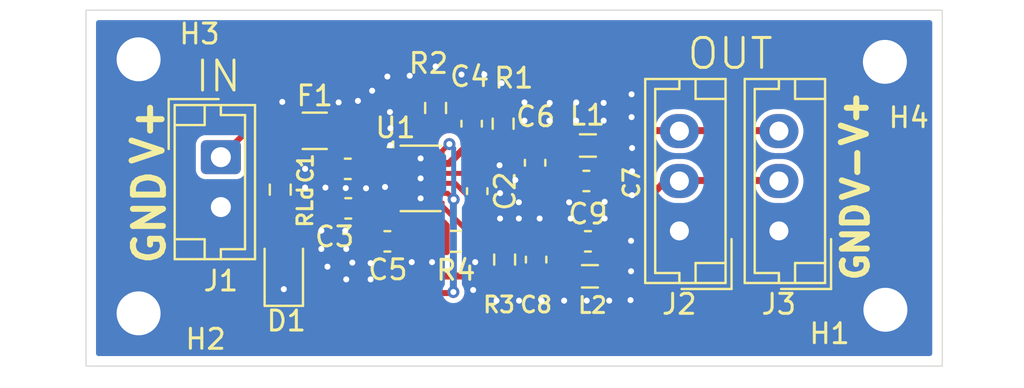
<source format=kicad_pcb>
(kicad_pcb (version 20241229) (generator "pcbnew") (generator_version "9.0")
  (layers (0 "F.Cu" signal) (2 "B.Cu" signal) (13 "F.Paste" user) (15 "B.Paste" user) (5 "F.SilkS" user "F.Silkscreen") (7 "B.SilkS" user "B.Silkscreen") (1 "F.Mask" user) (3 "B.Mask" user) (25 "Edge.Cuts" user))
  (net 0 "")
  (net 1 "/AVSS")
  (net 2 "AGND")
  (net 3 "/AVDD")
  (net 4 "RAW_A")
  (net 5 "/RAWA_Unprotected")
  (net 6 "Net-(D1-A)")
  (net 7 "Net-(U1-C-)")
  (net 8 "/+2.52V")
  (net 9 "Net-(U1-FB+)")
  (net 10 "/-2.56V")
  (net 11 "Net-(U1-CP)")
  (net 12 "Net-(U1-C+)")
  (net 13 "Net-(U1-FB-)")
  (footprint "Resistor_SMD:R_0603_1608Metric_Pad0.98x0.95mm_HandSolder" (layer "F.Cu") (at 146.05 106.6546 180)
    (property "Reference" "R4" (at 0 -1.4478 0) (layer "F.SilkS"))
    (property "Value" "100k")
    (fp_line (start -0.254724 0.5225) (end 0.254724 0.5225) (stroke (width 0.12)) (layer "F.SilkS"))
    (fp_line (start -0.254724 -0.5225) (end 0.254724 -0.5225) (stroke (width 0.12)) (layer "F.SilkS"))
    (pad "1" smd roundrect (at -0.9125 0 180) (size 0.975 0.95) (layers "F.Cu" "F.Mask" "F.Paste") (net 13 "Net-(U1-FB-)"))
    (pad "2" smd roundrect (at 0.9125 0 180) (size 0.975 0.95) (layers "F.Cu" "F.Mask" "F.Paste") (net 2 "AGND"))
  )
  (footprint "Connector_JST:JST_EH_B3B-EH-A_1x03_P2.50mm_Vertical" (layer "F.Cu") (at 157.2308 106.132 90)
    (property "Reference" "J2" (at -3.6722 -0.0048 180) (layer "F.SilkS"))
    (property "Value" "Conn_01x03_Pin")
    (fp_line (start 7.61 -1.71) (end -2.61 -1.71) (stroke (width 0.12)) (layer "F.SilkS"))
    (fp_line (start -2.61 -1.71) (end -2.61 2.31) (stroke (width 0.12)) (layer "F.SilkS"))
    (fp_line (start 7.11 -1.21) (end 7.11 0) (stroke (width 0.12)) (layer "F.SilkS"))
    (fp_line (start -2.11 -1.21) (end 7.11 -1.21) (stroke (width 0.12)) (layer "F.SilkS"))
    (fp_line (start 7.11 0) (end 7.61 0) (stroke (width 0.12)) (layer "F.SilkS"))
    (fp_line (start -2.11 0) (end -2.11 -1.21) (stroke (width 0.12)) (layer "F.SilkS"))
    (fp_line (start -2.61 0) (end -2.11 0) (stroke (width 0.12)) (layer "F.SilkS"))
    (fp_line (start -2.91 0.11) (end -2.91 2.61) (stroke (width 0.12)) (layer "F.SilkS"))
    (fp_line (start 7.61 0.81) (end 6.61 0.81) (stroke (width 0.12)) (layer "F.SilkS"))
    (fp_line (start 6.61 0.81) (end 6.61 2.31) (stroke (width 0.12)) (layer "F.SilkS"))
    (fp_line (start -1.61 0.81) (end -1.61 2.31) (stroke (width 0.12)) (layer "F.SilkS"))
    (fp_line (start -2.61 0.81) (end -1.61 0.81) (stroke (width 0.12)) (layer "F.SilkS"))
    (fp_line (start 7.61 2.31) (end 7.61 -1.71) (stroke (width 0.12)) (layer "F.SilkS"))
    (fp_line (start -2.61 2.31) (end 7.61 2.31) (stroke (width 0.12)) (layer "F.SilkS"))
    (fp_line (start -2.91 2.61) (end -0.41 2.61) (stroke (width 0.12)) (layer "F.SilkS"))
    (pad "1" thru_hole roundrect (at 0 0 90) (size 1.7 1.95) (drill 0.95) (layers "*.Cu" "*.Mask") (roundrect_rratio 0.147059) (net 2 "AGND"))
    (pad "2" thru_hole oval (at 2.5 0 90) (size 1.7 1.95) (drill 0.95) (layers "*.Cu" "*.Mask") (net 1 "/AVSS"))
    (pad "3" thru_hole oval (at 5 0 90) (size 1.7 1.95) (drill 0.95) (layers "*.Cu" "*.Mask") (net 3 "/AVDD"))
  )
  (footprint "Resistor_SMD:R_0603_1608Metric_Pad0.98x0.95mm_HandSolder" (layer "F.Cu") (at 137.2616 104.0638 -90)
    (property "Reference" "RLd" (at 0.8636 -1.2446 90) (layer "F.SilkS") (effects (font (size 0.75 0.75))))
    (property "Value" "5k")
    (fp_line (start -0.254724 0.5225) (end 0.254724 0.5225) (stroke (width 0.12)) (layer "F.SilkS"))
    (fp_line (start -0.254724 -0.5225) (end 0.254724 -0.5225) (stroke (width 0.12)) (layer "F.SilkS"))
    (pad "1" smd roundrect (at -0.9125 0 270) (size 0.975 0.95) (layers "F.Cu" "F.Mask" "F.Paste") (net 4 "RAW_A"))
    (pad "2" smd roundrect (at 0.9125 0 270) (size 0.975 0.95) (layers "F.Cu" "F.Mask" "F.Paste") (net 6 "Net-(D1-A)"))
  )
  (footprint "Resistor_SMD:R_0603_1608Metric_Pad0.98x0.95mm_HandSolder" (layer "F.Cu") (at 145.034 99.9744 -90)
    (property "Reference" "R2" (at -2.2352 0.3556 180) (layer "F.SilkS"))
    (property "Value" "100k")
    (fp_line (start -0.254724 0.5225) (end 0.254724 0.5225) (stroke (width 0.12)) (layer "F.SilkS"))
    (fp_line (start -0.254724 -0.5225) (end 0.254724 -0.5225) (stroke (width 0.12)) (layer "F.SilkS"))
    (pad "1" smd roundrect (at -0.9125 0 270) (size 0.975 0.95) (layers "F.Cu" "F.Mask" "F.Paste") (net 9 "Net-(U1-FB+)"))
    (pad "2" smd roundrect (at 0.9125 0 270) (size 0.975 0.95) (layers "F.Cu" "F.Mask" "F.Paste") (net 2 "AGND"))
  )
  (footprint "Capacitor_SMD:C_0603_1608Metric_Pad1.08x0.95mm_HandSolder" (layer "F.Cu") (at 140.6398 103.0224 180)
    (property "Reference" "C1" (at 2.1082 0.0254 90) (layer "F.SilkS") (effects (font (size 0.75 0.75))))
    (property "Value" "4.7u")
    (fp_line (start -0.146267 0.51) (end 0.146267 0.51) (stroke (width 0.12)) (layer "F.SilkS"))
    (fp_line (start -0.146267 -0.51) (end 0.146267 -0.51) (stroke (width 0.12)) (layer "F.SilkS"))
    (pad "1" smd roundrect (at -0.8625 0 180) (size 1.075 0.95) (layers "F.Cu" "F.Mask" "F.Paste") (net 4 "RAW_A"))
    (pad "2" smd roundrect (at 0.8625 0 180) (size 1.075 0.95) (layers "F.Cu" "F.Mask" "F.Paste") (net 2 "AGND"))
  )
  (footprint "Connector_JST:JST_EH_B2B-EH-A_1x02_P2.50mm_Vertical" (layer "F.Cu") (at 134.2898 102.4382 -90)
    (property "Reference" "J1" (at 6.1976 0 180) (layer "F.SilkS"))
    (property "Value" "Conn_01x02_Pin")
    (fp_line (start -2.91 2.61) (end -0.41 2.61) (stroke (width 0.12)) (layer "F.SilkS"))
    (fp_line (start -2.61 2.31) (end 5.11 2.31) (stroke (width 0.12)) (layer "F.SilkS"))
    (fp_line (start 5.11 2.31) (end 5.11 -1.71) (stroke (width 0.12)) (layer "F.SilkS"))
    (fp_line (start -2.61 0.81) (end -1.61 0.81) (stroke (width 0.12)) (layer "F.SilkS"))
    (fp_line (start -1.61 0.81) (end -1.61 2.31) (stroke (width 0.12)) (layer "F.SilkS"))
    (fp_line (start 4.11 0.81) (end 4.11 2.31) (stroke (width 0.12)) (layer "F.SilkS"))
    (fp_line (start 5.11 0.81) (end 4.11 0.81) (stroke (width 0.12)) (layer "F.SilkS"))
    (fp_line (start -2.91 0.11) (end -2.91 2.61) (stroke (width 0.12)) (layer "F.SilkS"))
    (fp_line (start -2.61 0) (end -2.11 0) (stroke (width 0.12)) (layer "F.SilkS"))
    (fp_line (start -2.11 0) (end -2.11 -1.21) (stroke (width 0.12)) (layer "F.SilkS"))
    (fp_line (start 4.61 0) (end 5.11 0) (stroke (width 0.12)) (layer "F.SilkS"))
    (fp_line (start -2.11 -1.21) (end 4.61 -1.21) (stroke (width 0.12)) (layer "F.SilkS"))
    (fp_line (start 4.61 -1.21) (end 4.61 0) (stroke (width 0.12)) (layer "F.SilkS"))
    (fp_line (start -2.61 -1.71) (end -2.61 2.31) (stroke (width 0.12)) (layer "F.SilkS"))
    (fp_line (start 5.11 -1.71) (end -2.61 -1.71) (stroke (width 0.12)) (layer "F.SilkS"))
    (pad "1" thru_hole roundrect (at 0 0 270) (size 1.7 2) (drill 1) (layers "*.Cu" "*.Mask") (roundrect_rratio 0.147059) (net 5 "/RAWA_Unprotected"))
    (pad "2" thru_hole oval (at 2.5 0 270) (size 1.7 2) (drill 1) (layers "*.Cu" "*.Mask") (net 2 "AGND"))
  )
  (footprint "LED_SMD:LED_0805_2012Metric_Pad1.15x1.40mm_HandSolder" (layer "F.Cu") (at 137.4394 108.0262 90)
    (property "Reference" "D1" (at -2.6162 0.127 180) (layer "F.SilkS"))
    (property "Value" "LED")
    (fp_line (start 1 -0.96) (end -1.86 -0.96) (stroke (width 0.12)) (layer "F.SilkS"))
    (fp_line (start -1.86 -0.96) (end -1.86 0.96) (stroke (width 0.12)) (layer "F.SilkS"))
    (fp_line (start -1.86 0.96) (end 1 0.96) (stroke (width 0.12)) (layer "F.SilkS"))
    (pad "1" smd roundrect (at -1.025 0 90) (size 1.15 1.4) (layers "F.Cu" "F.Mask" "F.Paste") (roundrect_rratio 0.217391) (net 2 "AGND"))
    (pad "2" smd roundrect (at 1.025 0 90) (size 1.15 1.4) (layers "F.Cu" "F.Mask" "F.Paste") (roundrect_rratio 0.217391) (net 6 "Net-(D1-A)"))
  )
  (footprint "Package_SON:WSON-12-1EP_3x2mm_P0.5mm_EP1x2.65_ThermalVias" (layer "F.Cu") (at 144.28435 103.501)
    (property "Reference" "U1" (at -1.25695 -2.536 0) (layer "F.SilkS"))
    (property "Value" "LM27762")
    (fp_line (start -1 -1.64) (end 1 -1.64) (stroke (width 0.12)) (layer "F.SilkS"))
    (fp_line (start -1 1.64) (end 1 1.64) (stroke (width 0.12)) (layer "F.SilkS"))
    (fp_poly (pts (xy -1.37 -1.57) (xy -1.65 -1.57) (xy -1.37 -1.85) (xy -1.37 -1.57)) (stroke (width 0.12)) (fill yes) (layer "F.SilkS"))
    (pad "1" smd roundrect (at -0.95 -1.25) (size 0.5 0.25) (layers "F.Cu" "F.Mask" "F.Paste") (net 2 "AGND"))
    (pad "2" smd roundrect (at -0.95 -0.75) (size 0.5 0.25) (layers "F.Cu" "F.Mask" "F.Paste") (net 9 "Net-(U1-FB+)"))
    (pad "3" smd roundrect (at -0.95 -0.25) (size 0.5 0.25) (layers "F.Cu" "F.Mask" "F.Paste") (net 4 "RAW_A"))
    (pad "4" smd roundrect (at -0.95 0.25) (size 0.5 0.25) (layers "F.Cu" "F.Mask" "F.Paste") (net 2 "AGND"))
    (pad "5" smd roundrect (at -0.95 0.75) (size 0.5 0.25) (layers "F.Cu" "F.Mask" "F.Paste") (net 11 "Net-(U1-CP)"))
    (pad "6" smd roundrect (at -0.95 1.25) (size 0.5 0.25) (layers "F.Cu" "F.Mask" "F.Paste") (net 10 "/-2.56V"))
    (pad "7" smd roundrect (at 0.95 1.25) (size 0.5 0.25) (layers "F.Cu" "F.Mask" "F.Paste") (net 13 "Net-(U1-FB-)"))
    (pad "8" smd roundrect (at 0.95 0.75) (size 0.5 0.25) (layers "F.Cu" "F.Mask" "F.Paste") (net 4 "RAW_A"))
    (pad "9" smd roundrect (at 0.95 0.25) (size 0.5 0.25) (layers "F.Cu" "F.Mask" "F.Paste") (net 7 "Net-(U1-C-)"))
    (pad "10" smd roundrect (at 0.95 -0.25) (size 0.5 0.25) (layers "F.Cu" "F.Mask" "F.Paste") (net 12 "Net-(U1-C+)"))
    (pad "11" smd roundrect (at 0.95 -0.75) (size 0.5 0.25) (layers "F.Cu" "F.Mask" "F.Paste") (net 8 "/+2.52V"))
    (pad "12" smd roundrect (at 0.95 -1.25) (size 0.5 0.25) (layers "F.Cu" "F.Mask" "F.Paste") (net 4 "RAW_A"))
    (pad "13" thru_hole circle (at 0 -1 90) (size 0.6 0.6) (drill 0.3) (layers "*.Cu") (net 2 "AGND"))
    (pad "13" thru_hole circle (at 0 0) (size 0.6 0.6) (drill 0.3) (layers "*.Cu") (net 2 "AGND"))
    (pad "13" smd rect (at 0 0) (size 1 2.65) (layers "F.Cu" "F.Mask") (net 2 "AGND"))
    (pad "13" smd rect (at 0 0) (size 1 2.65) (layers "B.Cu") (net 2 "AGND"))
    (pad "13" thru_hole circle (at 0 1) (size 0.6 0.6) (drill 0.3) (layers "*.Cu") (net 2 "AGND"))
  )
  (footprint "Capacitor_SMD:C_0603_1608Metric_Pad1.08x0.95mm_HandSolder" (layer "F.Cu") (at 142.621 106.6546)
    (property "Reference" "C5" (at 0.0254 1.4224 180) (layer "F.SilkS"))
    (property "Value" "2.2u")
    (fp_line (start -0.146267 -0.51) (end 0.146267 -0.51) (stroke (width 0.12)) (layer "F.SilkS"))
    (fp_line (start -0.146267 0.51) (end 0.146267 0.51) (stroke (width 0.12)) (layer "F.SilkS"))
    (pad "1" smd roundrect (at -0.8625 0) (size 1.075 0.95) (layers "F.Cu" "F.Mask" "F.Paste") (net 10 "/-2.56V"))
    (pad "2" smd roundrect (at 0.8625 0) (size 1.075 0.95) (layers "F.Cu" "F.Mask" "F.Paste") (net 2 "AGND"))
  )
  (footprint "Resistor_SMD:R_0603_1608Metric_Pad0.98x0.95mm_HandSolder" (layer "F.Cu") (at 148.4122 100.7618 90)
    (property "Reference" "R1" (at 2.286 0.5334 180) (layer "F.SilkS"))
    (property "Value" "110k")
    (fp_line (start -0.254724 -0.5225) (end 0.254724 -0.5225) (stroke (width 0.12)) (layer "F.SilkS"))
    (fp_line (start -0.254724 0.5225) (end 0.254724 0.5225) (stroke (width 0.12)) (layer "F.SilkS"))
    (pad "1" smd roundrect (at -0.9125 0 90) (size 0.975 0.95) (layers "F.Cu" "F.Mask" "F.Paste") (net 8 "/+2.52V"))
    (pad "2" smd roundrect (at 0.9125 0 90) (size 0.975 0.95) (layers "F.Cu" "F.Mask" "F.Paste") (net 9 "Net-(U1-FB+)"))
  )
  (footprint "Capacitor_SMD:C_0603_1608Metric_Pad1.08x0.95mm_HandSolder" (layer "F.Cu") (at 140.6641 105.0036 180)
    (property "Reference" "C3" (at 0.6847 -1.4224 180) (layer "F.SilkS"))
    (property "Value" "4.7u")
    (fp_line (start -0.146267 0.51) (end 0.146267 0.51) (stroke (width 0.12)) (layer "F.SilkS"))
    (fp_line (start -0.146267 -0.51) (end 0.146267 -0.51) (stroke (width 0.12)) (layer "F.SilkS"))
    (pad "1" smd roundrect (at -0.8625 0 180) (size 1.075 0.95) (layers "F.Cu" "F.Mask" "F.Paste") (net 11 "Net-(U1-CP)"))
    (pad "2" smd roundrect (at 0.8625 0 180) (size 1.075 0.95) (layers "F.Cu" "F.Mask" "F.Paste") (net 2 "AGND"))
  )
  (footprint "Capacitor_SMD:C_0603_1608Metric_Pad1.08x0.95mm_HandSolder" (layer "F.Cu") (at 152.5778 103.632 180)
    (property "Reference" "C7" (at -2.2606 -0.1016 90) (layer "F.SilkS") (effects (font (size 0.8 0.8))))
    (property "Value" "10u")
    (fp_line (start -0.146267 0.51) (end 0.146267 0.51) (stroke (width 0.12)) (layer "F.SilkS"))
    (fp_line (start -0.146267 -0.51) (end 0.146267 -0.51) (stroke (width 0.12)) (layer "F.SilkS"))
    (pad "1" smd roundrect (at -0.8625 0 180) (size 1.075 0.95) (layers "F.Cu" "F.Mask" "F.Paste") (net 3 "/AVDD"))
    (pad "2" smd roundrect (at 0.8625 0 180) (size 1.075 0.95) (layers "F.Cu" "F.Mask" "F.Paste") (net 2 "AGND"))
  )
  (footprint "Inductor_SMD:L_0805_2012Metric" (layer "F.Cu") (at 152.7556 108.4072)
    (property "Reference" "L2" (at 0.127 1.4478 180) (layer "F.SilkS") (effects (font (size 0.8 0.8))))
    (property "Value" "22u")
    (fp_line (start -0.399622 -0.56) (end 0.399622 -0.56) (stroke (width 0.12)) (layer "F.SilkS"))
    (fp_line (start -0.399622 0.56) (end 0.399622 0.56) (stroke (width 0.12)) (layer "F.SilkS"))
    (pad "1" smd roundrect (at -1.0625 0) (size 0.875 1.2) (layers "F.Cu" "F.Mask" "F.Paste") (net 10 "/-2.56V"))
    (pad "2" smd roundrect (at 1.0625 0) (size 0.875 1.2) (layers "F.Cu" "F.Mask" "F.Paste") (net 1 "/AVSS"))
  )
  (footprint "MountingHole:MountingHole_2.2mm_M2_DIN965_Pad_TopBottom" (layer "F.Cu") (at 167.5384 110.0836)
    (property "Reference" "H1" (at -2.794 1.1938 0) (layer "F.SilkS"))
    (property "Value" "MountingHole_Pad")
    (pad "1" thru_hole circle (at 0 0) (size 2.6 2.6) (drill 2.2) (layers "*.Cu" "*.Mask") (net 2 "AGND"))
    (pad "1" connect circle (at 0 0) (size 3.8 3.8) (layers "F.Cu" "F.Mask") (net 2 "AGND"))
    (pad "1" connect circle (at 0 0) (size 3.8 3.8) (layers "B.Cu" "B.Mask") (net 2 "AGND"))
  )
  (footprint "Capacitor_SMD:C_0603_1608Metric_Pad1.08x0.95mm_HandSolder" (layer "F.Cu") (at 150.0632 107.569 90)
    (property "Reference" "C8" (at -2.2606 0 180) (layer "F.SilkS") (effects (font (size 0.8 0.8))))
    (property "Value" "10u")
    (fp_line (start -0.146267 -0.51) (end 0.146267 -0.51) (stroke (width 0.12)) (layer "F.SilkS"))
    (fp_line (start -0.146267 0.51) (end 0.146267 0.51) (stroke (width 0.12)) (layer "F.SilkS"))
    (pad "1" smd roundrect (at -0.8625 0 90) (size 1.075 0.95) (layers "F.Cu" "F.Mask" "F.Paste") (net 10 "/-2.56V"))
    (pad "2" smd roundrect (at 0.8625 0 90) (size 1.075 0.95) (layers "F.Cu" "F.Mask" "F.Paste") (net 2 "AGND"))
  )
  (footprint "Inductor_SMD:L_0805_2012Metric" (layer "F.Cu") (at 152.654 101.854)
    (property "Reference" "L1" (at -0.0254 -1.524 0) (layer "F.SilkS"))
    (property "Value" "22u")
    (fp_line (start -0.399622 -0.56) (end 0.399622 -0.56) (stroke (width 0.12)) (layer "F.SilkS"))
    (fp_line (start -0.399622 0.56) (end 0.399622 0.56) (stroke (width 0.12)) (layer "F.SilkS"))
    (pad "1" smd roundrect (at -1.0625 0) (size 0.875 1.2) (layers "F.Cu" "F.Mask" "F.Paste") (net 8 "/+2.52V"))
    (pad "2" smd roundrect (at 1.0625 0) (size 0.875 1.2) (layers "F.Cu" "F.Mask" "F.Paste") (net 3 "/AVDD"))
  )
  (footprint "Capacitor_SMD:C_0603_1608Metric_Pad1.08x0.95mm_HandSolder" (layer "F.Cu") (at 146.8374 100.7618 -90)
    (property "Reference" "C4" (at -2.3622 0.1016 180) (layer "F.SilkS"))
    (property "Value" "2.2u")
    (fp_line (start -0.146267 0.51) (end 0.146267 0.51) (stroke (width 0.12)) (layer "F.SilkS"))
    (fp_line (start -0.146267 -0.51) (end 0.146267 -0.51) (stroke (width 0.12)) (layer "F.SilkS"))
    (pad "1" smd roundrect (at -0.8625 0 270) (size 1.075 0.95) (layers "F.Cu" "F.Mask" "F.Paste") (net 2 "AGND"))
    (pad "2" smd roundrect (at 0.8625 0 270) (size 1.075 0.95) (layers "F.Cu" "F.Mask" "F.Paste") (net 8 "/+2.52V"))
  )
  (footprint "MountingHole:MountingHole_2.2mm_M2_DIN965_Pad_TopBottom" (layer "F.Cu") (at 167.513 97.663)
    (property "Reference" "H4" (at 1.1938 2.794 0) (layer "F.SilkS"))
    (property "Value" "MountingHole_Pad")
    (pad "1" thru_hole circle (at 0 0) (size 2.6 2.6) (drill 2.2) (layers "*.Cu" "*.Mask") (net 2 "AGND"))
    (pad "1" connect circle (at 0 0) (size 3.8 3.8) (layers "F.Cu" "F.Mask") (net 2 "AGND"))
    (pad "1" connect circle (at 0 0) (size 3.8 3.8) (layers "B.Cu" "B.Mask") (net 2 "AGND"))
  )
  (footprint "Fuse:Fuse_1206_3216Metric_Pad1.42x1.75mm_HandSolder" (layer "F.Cu") (at 138.9888 101.1174 180)
    (property "Reference" "F1" (at 0 1.7526 0) (layer "F.SilkS"))
    (property "Value" "Fuse")
    (fp_line (start -0.602064 0.91) (end 0.602064 0.91) (stroke (width 0.12)) (layer "F.SilkS"))
    (fp_line (start -0.602064 -0.91) (end 0.602064 -0.91) (stroke (width 0.12)) (layer "F.SilkS"))
    (pad "1" smd roundrect (at -1.4875 0 180) (size 1.425 1.75) (layers "F.Cu" "F.Mask" "F.Paste") (roundrect_rratio 0.175439) (net 4 "RAW_A"))
    (pad "2" smd roundrect (at 1.4875 0 180) (size 1.425 1.75) (layers "F.Cu" "F.Mask" "F.Paste") (roundrect_rratio 0.175439) (net 5 "/RAWA_Unprotected"))
  )
  (footprint "Connector_JST:JST_EH_B3B-EH-A_1x03_P2.50mm_Vertical" (layer "F.Cu") (at 162.2092 106.132 90)
    (property "Reference" "J3" (at -3.6722 -0.0048 180) (layer "F.SilkS"))
    (property "Value" "Conn_01x03_Pin")
    (fp_line (start 7.61 -1.71) (end -2.61 -1.71) (stroke (width 0.12)) (layer "F.SilkS"))
    (fp_line (start -2.61 -1.71) (end -2.61 2.31) (stroke (width 0.12)) (layer "F.SilkS"))
    (fp_line (start 7.11 -1.21) (end 7.11 0) (stroke (width 0.12)) (layer "F.SilkS"))
    (fp_line (start -2.11 -1.21) (end 7.11 -1.21) (stroke (width 0.12)) (layer "F.SilkS"))
    (fp_line (start 7.11 0) (end 7.61 0) (stroke (width 0.12)) (layer "F.SilkS"))
    (fp_line (start -2.11 0) (end -2.11 -1.21) (stroke (width 0.12)) (layer "F.SilkS"))
    (fp_line (start -2.61 0) (end -2.11 0) (stroke (width 0.12)) (layer "F.SilkS"))
    (fp_line (start -2.91 0.11) (end -2.91 2.61) (stroke (width 0.12)) (layer "F.SilkS"))
    (fp_line (start 7.61 0.81) (end 6.61 0.81) (stroke (width 0.12)) (layer "F.SilkS"))
    (fp_line (start 6.61 0.81) (end 6.61 2.31) (stroke (width 0.12)) (layer "F.SilkS"))
    (fp_line (start -1.61 0.81) (end -1.61 2.31) (stroke (width 0.12)) (layer "F.SilkS"))
    (fp_line (start -2.61 0.81) (end -1.61 0.81) (stroke (width 0.12)) (layer "F.SilkS"))
    (fp_line (start 7.61 2.31) (end 7.61 -1.71) (stroke (width 0.12)) (layer "F.SilkS"))
    (fp_line (start -2.61 2.31) (end 7.61 2.31) (stroke (width 0.12)) (layer "F.SilkS"))
    (fp_line (start -2.91 2.61) (end -0.41 2.61) (stroke (width 0.12)) (layer "F.SilkS"))
    (pad "1" thru_hole roundrect (at 0 0 90) (size 1.7 1.95) (drill 0.95) (layers "*.Cu" "*.Mask") (roundrect_rratio 0.147059) (net 2 "AGND"))
    (pad "2" thru_hole oval (at 2.5 0 90) (size 1.7 1.95) (drill 0.95) (layers "*.Cu" "*.Mask") (net 1 "/AVSS"))
    (pad "3" thru_hole oval (at 5 0 90) (size 1.7 1.95) (drill 0.95) (layers "*.Cu" "*.Mask") (net 3 "/AVDD"))
  )
  (footprint "MountingHole:MountingHole_2.2mm_M2_DIN965_Pad_TopBottom" (layer "F.Cu") (at 130.175 110.2614)
    (property "Reference" "H2" (at 3.3528 1.2954 0) (layer "F.SilkS"))
    (property "Value" "MountingHole_Pad")
    (pad "1" thru_hole circle (at 0 0) (size 2.6 2.6) (drill 2.2) (layers "*.Cu" "*.Mask") (net 2 "AGND"))
    (pad "1" connect circle (at 0 0) (size 3.8 3.8) (layers "F.Cu" "F.Mask") (net 2 "AGND"))
    (pad "1" connect circle (at 0 0) (size 3.8 3.8) (layers "B.Cu" "B.Mask") (net 2 "AGND"))
  )
  (footprint "Capacitor_SMD:C_0603_1608Metric_Pad1.08x0.95mm_HandSolder" (layer "F.Cu") (at 152.654 106.6546 180)
    (property "Reference" "C9" (at 0 1.3716 0) (layer "F.SilkS"))
    (property "Value" "10u")
    (fp_line (start -0.146267 0.51) (end 0.146267 0.51) (stroke (width 0.12)) (layer "F.SilkS"))
    (fp_line (start -0.146267 -0.51) (end 0.146267 -0.51) (stroke (width 0.12)) (layer "F.SilkS"))
    (pad "1" smd roundrect (at -0.8625 0 180) (size 1.075 0.95) (layers "F.Cu" "F.Mask" "F.Paste") (net 1 "/AVSS"))
    (pad "2" smd roundrect (at 0.8625 0 180) (size 1.075 0.95) (layers "F.Cu" "F.Mask" "F.Paste") (net 2 "AGND"))
  )
  (footprint "Resistor_SMD:R_0603_1608Metric_Pad0.98x0.95mm_HandSolder" (layer "F.Cu") (at 148.4884 107.569 -90)
    (property "Reference" "R3" (at 2.2606 0.2794 180) (layer "F.SilkS") (effects (font (size 0.8 0.8))))
    (property "Value" "110k")
    (fp_line (start -0.254724 0.5225) (end 0.254724 0.5225) (stroke (width 0.12)) (layer "F.SilkS"))
    (fp_line (start -0.254724 -0.5225) (end 0.254724 -0.5225) (stroke (width 0.12)) (layer "F.SilkS"))
    (pad "1" smd roundrect (at -0.9125 0 270) (size 0.975 0.95) (layers "F.Cu" "F.Mask" "F.Paste") (net 13 "Net-(U1-FB-)"))
    (pad "2" smd roundrect (at 0.9125 0 270) (size 0.975 0.95) (layers "F.Cu" "F.Mask" "F.Paste") (net 10 "/-2.56V"))
  )
  (footprint "MountingHole:MountingHole_2.2mm_M2_DIN965_Pad_TopBottom" (layer "F.Cu") (at 130.175 97.536)
    (property "Reference" "H3" (at 3.048 -1.27 0) (layer "F.SilkS"))
    (property "Value" "MountingHole_Pad")
    (pad "1" thru_hole circle (at 0 0) (size 2.6 2.6) (drill 2.2) (layers "*.Cu" "*.Mask") (net 2 "AGND"))
    (pad "1" connect circle (at 0 0) (size 3.8 3.8) (layers "F.Cu" "F.Mask") (net 2 "AGND"))
    (pad "1" connect circle (at 0 0) (size 3.8 3.8) (layers "B.Cu" "B.Mask") (net 2 "AGND"))
  )
  (footprint "Capacitor_SMD:C_0603_1608Metric_Pad1.08x0.95mm_HandSolder" (layer "F.Cu") (at 147.1168 104.14 -90)
    (property "Reference" "C2" (at 0 -1.397 90) (layer "F.SilkS"))
    (property "Value" "0.47u")
    (fp_line (start -0.146267 0.51) (end 0.146267 0.51) (stroke (width 0.12)) (layer "F.SilkS"))
    (fp_line (start -0.146267 -0.51) (end 0.146267 -0.51) (stroke (width 0.12)) (layer "F.SilkS"))
    (pad "1" smd roundrect (at -0.8625 0 270) (size 1.075 0.95) (layers "F.Cu" "F.Mask" "F.Paste") (net 12 "Net-(U1-C+)"))
    (pad "2" smd roundrect (at 0.8625 0 270) (size 1.075 0.95) (layers "F.Cu" "F.Mask" "F.Paste") (net 7 "Net-(U1-C-)"))
  )
  (footprint "Capacitor_SMD:C_0603_1608Metric_Pad1.08x0.95mm_HandSolder" (layer "F.Cu") (at 150.0124 102.7176 -90)
    (property "Reference" "C6" (at -2.3114 -0.0254 180) (layer "F.SilkS"))
    (property "Value" "10u")
    (fp_line (start -0.146267 0.51) (end 0.146267 0.51) (stroke (width 0.12)) (layer "F.SilkS"))
    (fp_line (start -0.146267 -0.51) (end 0.146267 -0.51) (stroke (width 0.12)) (layer "F.SilkS"))
    (pad "1" smd roundrect (at -0.8625 0 270) (size 1.075 0.95) (layers "F.Cu" "F.Mask" "F.Paste") (net 8 "/+2.52V"))
    (pad "2" smd roundrect (at 0.8625 0 270) (size 1.075 0.95) (layers "F.Cu" "F.Mask" "F.Paste") (net 2 "AGND"))
  )
  (gr_line (start 170.3832 101.219) (end 170.3832 95.0722) (stroke (width 0.05)) (layer "Edge.Cuts"))
  (gr_line (start 170.3832 95.0722) (end 127.5432 95.0722) (stroke (width 0.05)) (layer "Edge.Cuts"))
  (gr_line (start 170.3832 112.903) (end 170.3832 105.41) (stroke (width 0.05)) (layer "Edge.Cuts"))
  (gr_line (start 170.3832 105.41) (end 170.3832 101.219) (stroke (width 0.05)) (layer "Edge.Cuts"))
  (gr_line (start 127.5432 112.903) (end 127.5432 95.0722) (stroke (width 0.05)) (layer "Edge.Cuts"))
  (gr_line (start 127.5432 112.903) (end 170.3832 112.903) (stroke (width 0.05)) (layer "Edge.Cuts"))
  (gr_text "IN" (at 132.9182 99.2632 0) (layer "F.SilkS") (effects (font (size 1.5 1.5)) (justify left bottom)))
  (gr_text "V-\n" (at 166.7764 104.7496 90) (layer "F.SilkS") (effects (font (size 1.25 1.25) (thickness 0.3) (bold yes)) (justify left bottom)))
  (gr_text "GND" (at 166.7764 108.7628 90) (layer "F.SilkS") (effects (font (size 1.25 1.25) (thickness 0.3) (bold yes)) (justify left bottom)))
  (gr_text "V+" (at 131.5212 102.9462 90) (layer "F.SilkS") (effects (font (size 1.5 1.5) (thickness 0.3) (bold yes)) (justify left bottom)))
  (gr_text "OUT\n" (at 157.5308 98.132 0) (layer "F.SilkS") (effects (font (size 1.5 1.5)) (justify left bottom)))
  (gr_text "GND" (at 131.5898 107.9382 90) (layer "F.SilkS") (effects (font (size 1.5 1.5) (thickness 0.3) (bold yes)) (justify left bottom)))
  (gr_text "V+\n" (at 166.7256 102.0064 90) (layer "F.SilkS") (effects (font (size 1.25 1.25) (thickness 0.3) (bold yes)) (justify left bottom)))
  (segment (start 153.5165 106.6546) (end 153.5938 106.7319) (width 0.35) (layer "F.Cu") (net 1))
  (segment (start 153.5938 106.7319) (end 153.5938 108.1829) (width 0.35) (layer "F.Cu") (net 1))
  (segment (start 153.5176 106.6546) (end 153.5165 106.6546) (width 0.35) (layer "F.Cu") (net 1))
  (segment (start 153.5938 108.1829) (end 153.8181 108.4072) (width 0.35) (layer "F.Cu") (net 1))
  (segment (start 153.5165 106.6546) (end 156.5645 103.6066) (width 0.35) (layer "F.Cu") (net 1))
  (segment (start 156.5645 103.6066) (end 162.133 103.6066) (width 0.35) (layer "F.Cu") (net 1))
  (segment (start 149.0218 103.5812) (end 150.0113 103.5812) (width 0.35) (layer "F.Cu") (net 2))
  (segment (start 150.241 105.5624) (end 150.241 106.5287) (width 0.2) (layer "F.Cu") (net 2))
  (segment (start 151.7904 106.6535) (end 151.7915 106.6546) (width 0.35) (layer "F.Cu") (net 2))
  (segment (start 150.241 106.5287) (end 150.0632 106.7065) (width 0.2) (layer "F.Cu") (net 2))
  (segment (start 151.7904 105.6132) (end 151.7904 106.6535) (width 0.2) (layer "F.Cu") (net 2))
  (segment (start 143.1704 102.251) (end 143.33435 102.251) (width 0.25) (layer "F.Cu") (net 2))
  (segment (start 142.764114 101.844714) (end 143.1704 102.251) (width 0.25) (layer "F.Cu") (net 2))
  (segment (start 151.7153 104.6977) (end 151.7153 103.632) (width 0.35) (layer "F.Cu") (net 2))
  (segment (start 139.6249 104.8258) (end 139.7773 104.6734) (width 0.35) (layer "F.Cu") (net 2))
  (segment (start 150.0113 103.5812) (end 150.0124 103.5801) (width 0.35) (layer "F.Cu") (net 2))
  (segment (start 143.14395 102.251) (end 143.33435 102.251) (width 0.25) (layer "F.Cu") (net 2))
  (via (at 142.504013 103.931903) (size 0.6) (drill 0.3) (layers "F.Cu" "B.Cu") (net 2))
  (via (at 148.082 109.6264) (size 0.6) (drill 0.3) (layers "F.Cu" "B.Cu") (net 2))
  (via (at 153.4414 100.6094) (size 0.6) (drill 0.3) (layers "F.Cu" "B.Cu") (net 2))
  (via (at 148.2344 102.8446) (size 0.6) (drill 0.3) (layers "F.Cu" "B.Cu") (net 2))
  (via (at 154.8638 101.981) (size 0.6) (drill 0.3) (layers "F.Cu" "B.Cu") (net 2))
  (via (at 140.8684 107.7214) (size 0.6) (drill 0.3) (layers "F.Cu" "B.Cu") (net 2))
  (via (at 152.0698 99.695) (size 0.6) (drill 0.3) (layers "F.Cu" "B.Cu") (net 2))
  (via (at 139.6238 107.9246) (size 0.6) (drill 0.3) (layers "F.Cu" "B.Cu") (net 2))
  (via (at 154.8384 99.2886) (size 0.6) (drill 0.3) (layers "F.Cu" "B.Cu") (net 2))
  (via (at 154.8384 100.4316) (size 0.6) (drill 0.3) (layers "F.Cu" "B.Cu") (net 2))
  (via (at 154.813 108.1532) (size 0.6) (drill 0.3) (layers "F.Cu" "B.Cu") (net 2))
  (via (at 148.2598 105.5116) (size 0.6) (drill 0.3) (layers "F.Cu" "B.Cu") (net 2))
  (via (at 144.8562 107.696) (size 0.6) (drill 0.3) (layers "F.Cu" "B.Cu") (net 2))
  (via (at 146.3294 98.298) (size 0.6) (drill 0.3) (layers "F.Cu" "B.Cu") (net 2))
  (via (at 151.46528 109.6264) (size 0.6) (drill 0.3) (layers "F.Cu" "B.Cu") (net 2))
  (via (at 153.4922 105.5116) (size 0.6) (drill 0.3) (layers "F.Cu" "B.Cu") (net 2))
  (via (at 154.813 106.6292) (size 0.6) (drill 0.3) (layers "F.Cu" "B.Cu") (net 2))
  (via (at 143.7386 98.3592) (size 0.6) (drill 0.3) (layers "F.Cu" "B.Cu") (net 2))
  (via (at 145.034 97.8916) (size 0.6) (drill 0.3) (layers "F.Cu" "B.Cu") (net 2))
  (via (at 142.75042 100.1776) (size 0.6) (drill 0.3) (layers "F.Cu" "B.Cu") (net 2))
  (via (at 149.20976 109.6264) (size 0.6) (drill 0.3) (layers "F.Cu" "B.Cu") (net 2))
  (via (at 140.1826 99.695) (size 0.6) (drill 0.3) (layers "F.Cu" "B.Cu") (net 2))
  (via (at 149.1996 104.6988) (size 0.6) (drill 0.3) (layers "F.Cu" "B.Cu") (net 2))
  (via (at 140.5128 106.1212) (size 0.6) (drill 0.3) (layers "F.Cu" "B.Cu") (net 2))
  (via (at 150.33752 109.6264) (size 0.6) (drill 0.3) (layers "F.Cu" "B.Cu") (net 2))
  (via (at 146.9136 109.093) (size 0.6) (drill 0.3) (layers "F.Cu" "B.Cu") (net 2))
  (via (at 154.7876 109.601) (size 0.6) (drill 0.3) (layers "F.Cu" "B.Cu") (net 2))
  (via (at 141.859 99.1108) (size 0.6) (drill 0.3) (layers "F.Cu" "B.Cu") (net 2))
  (via (at 151.7904 105.5116) (size 0.6) (drill 0.3) (layers "F.Cu" "B.Cu") (net 2))
  (via (at 140.5636 107.0356) (size 0.6) (drill 0.3) (layers "F.Cu" "B.Cu") (net 2))
  (via (at 148.2598 104.2416) (size 0.6) (drill 0.3) (layers "F.Cu" "B.Cu") (net 2))
  (via (at 150.241 105.5116) (size 0.6) (drill 0.3) (layers "F.Cu" "B.Cu") (net 2))
  (via (at 149.1996 105.5116) (size 0.6) (drill 0.3) (layers "F.Cu" "B.Cu") (net 2))
  (via (at 139.319 107.0356) (size 0.6) (drill 0.3) (layers "F.Cu" "B.Cu") (net 2))
  (via (at 143.8402 107.696) (size 0.6) (drill 0.3) (layers "F.Cu" "B.Cu") (net 2))
  (via (at 153.4414 99.7204) (size 0.6) (drill 0.3) (layers "F.Cu" "B.Cu") (net 2))
  (via (at 137.4394 109.0512) (size 0.6) (drill 0.3) (layers "F.Cu" "B.Cu") (net 2))
  (via (at 142.621 98.3996) (size 0.6) (drill 0.3) (layers "F.Cu" "B.Cu") (net 2))
  (via (at 142.7734 100.9904) (size 0.6) (drill 0.3) (layers "F.Cu" "B.Cu") (net 2))
  (via (at 154.8638 104.3432) (size 0.6) (drill 0.3) (layers "F.Cu" "B.Cu") (net 2))
  (via (at 147.4724 98.298) (size 0.6) (drill 0.3) (layers "F.Cu" "B.Cu") (net 2))
  (via (at 141.7828 107.7468) (size 0.6) (drill 0.3) (layers "F.Cu" "B.Cu") (net 2))
  (via (at 149.479 100.6094) (size 0.6) (drill 0.3) (layers "F.Cu" "B.Cu") (net 2))
  (via (at 150.7236 100.6094) (size 0.6) (drill 0.3) (layers "F.Cu" "B.Cu") (net 2))
  (via (at 151.7153 104.6977) (size 0.6) (drill 0.3) (layers "F.Cu" "B.Cu") (net 2))
  (via (at 138.5062 103.0224) (size 0.6) (drill 0.3) (layers "F.Cu" "B.Cu") (net 2))
  (via (at 148.336 98.7298) (size 0.6) (drill 0.3) (layers "F.Cu" "B.Cu") (net 2))
  (via (at 149.479 99.695) (size 0.6) (drill 0.3) (layers "F.Cu" "B.Cu") (net 2))
  (via (at 153.7208 109.6264) (size 0.6) (drill 0.3) (layers "F.Cu" "B.Cu") (net 2))
  (via (at 147.0152 107.696) (size 0.6) (drill 0.3) (layers "F.Cu" "B.Cu") (net 2))
  (via (at 141.7828 108.5596) (size 0.6) (drill 0.3) (layers "F.Cu" "B.Cu") (net 2))
  (via (at 141.1478 99.6188) (size 0.6) (drill 0.3) (layers "F.Cu" "B.Cu") (net 2))
  (via (at 138.5062 103.9622) (size 0.6) (drill 0.3) (layers "F.Cu" "B.Cu") (net 2))
  (via (at 140.5636 108.5596) (size 0.6) (drill 0.3) (layers "F.Cu" "B.Cu") (net 2))
  (via (at 142.764114 101.844714) (size 0.6) (drill 0.3) (layers "F.Cu" "B.Cu") (net 2))
  (via (at 152.0698 100.6094) (size 0.6) (drill 0.3) (layers "F.Cu" "B.Cu") (net 2))
  (via (at 139.319 106.1212) (size 0.6) (drill 0.3) (layers "F.Cu" "B.Cu") (net 2))
  (via (at 150.7424 99.7204) (size 0.6) (drill 0.3) (layers "F.Cu" "B.Cu") (net 2))
  (via (at 153.4922 104.6734) (size 0.6) (drill 0.3) (layers "F.Cu" "B.Cu") (net 2))
  (via (at 137.3632 99.6696) (size 0.6) (drill 0.3) (layers "F.Cu" "B.Cu") (net 2))
  (via (at 154.8638 103.1494) (size 0.6) (drill 0.3) (layers "F.Cu" "B.Cu") (net 2))
  (via (at 152.59304 109.6264) (size 0.6) (drill 0.3) (layers "F.Cu" "B.Cu") (net 2))
  (via (at 140.5382 103.9876) (size 0.6) (drill 0.3) (layers "F.Cu" "B.Cu") (net 2))
  (via (at 141.5542 103.9974) (size 0.6) (drill 0.3) (layers "F.Cu" "B.Cu") (net 2))
  (via (at 149.0218 103.5812) (size 0.6) (drill 0.3) (layers "F.Cu" "B.Cu") (net 2))
  (via (at 139.5222 103.9622) (size 0.6) (drill 0.3) (layers "F.Cu" "B.Cu") (net 2))
  (segment (start 153.7165 103.3558) (end 153.4403 103.632) (width 0.35) (layer "F.Cu") (net 3))
  (segment (start 154.4639 101.1066) (end 162.133 101.1066) (width 0.35) (layer "F.Cu") (net 3))
  (segment (start 153.7165 101.854) (end 153.7165 103.3558) (width 0.35) (layer "F.Cu") (net 3))
  (segment (start 153.7165 101.854) (end 154.4639 101.1066) (width 0.35) (layer "F.Cu") (net 3))
  (segment (start 137.2616 103.1513) (end 137.2616 103.649954) (width 0.3) (layer "F.Cu") (net 4))
  (segment (start 143.33435 103.251) (end 141.7563 103.251) (width 0.25) (layer "F.Cu") (net 4))
  (segment (start 145.724552 101.782552) (end 145.702798 101.782552) (width 0.25) (layer "F.Cu") (net 4))
  (segment (start 145.23435 104.251) (end 145.632716 104.251) (width 0.25) (layer "F.Cu") (net 4))
  (segment (start 139.44567 101.1174) (end 137.6172 102.94587) (width 0.3) (layer "F.Cu") (net 4))
  (segment (start 139.9286 109.2454) (end 145.8722 109.2454) (width 0.3) (layer "F.Cu") (net 4))
  (segment (start 141.7563 103.251) (end 141.6039 103.0986) (width 0.25) (layer "F.Cu") (net 4))
  (segment (start 140.4763 101.9191) (end 141.4526 102.8954) (width 0.3) (layer "F.Cu") (net 4))
  (segment (start 140.4763 101.1174) (end 140.4763 101.9191) (width 0.3) (layer "F.Cu") (net 4))
  (segment (start 138.5951 104.983454) (end 138.5951 107.9119) (width 0.3) (layer "F.Cu") (net 4))
  (segment (start 138.5951 107.9119) (end 139.9286 109.2454) (width 0.3) (layer "F.Cu") (net 4))
  (segment (start 145.702798 101.782552) (end 145.23435 102.251) (width 0.25) (layer "F.Cu") (net 4))
  (segment (start 145.632716 104.251) (end 145.938258 104.556542) (width 0.25) (layer "F.Cu") (net 4))
  (segment (start 141.4526 102.8954) (end 141.4526 103.0489) (width 0.3) (layer "F.Cu") (net 4))
  (segment (start 145.8722 109.2454) (end 145.923 109.1946) (width 0.3) (layer "F.Cu") (net 4))
  (segment (start 140.4763 101.1174) (end 139.44567 101.1174) (width 0.3) (layer "F.Cu") (net 4))
  (segment (start 137.2616 103.649954) (end 138.5951 104.983454) (width 0.3) (layer "F.Cu") (net 4))
  (via (at 145.923 109.1946) (size 0.6) (drill 0.3) (layers "F.Cu" "B.Cu") (net 4))
  (via (at 145.938258 104.556542) (size 0.6) (drill 0.3) (layers "F.Cu" "B.Cu") (net 4))
  (via (at 145.724552 101.782552) (size 0.6) (drill 0.3) (layers "F.Cu" "B.Cu") (net 4))
  (segment (start 145.938258 104.556542) (end 145.938258 101.996258) (width 0.25) (layer "B.Cu") (net 4))
  (segment (start 145.923 104.5718) (end 145.938258 104.556542) (width 0.35) (layer "B.Cu") (net 4))
  (segment (start 145.938258 101.996258) (end 145.724552 101.782552) (width 0.25) (layer "B.Cu") (net 4))
  (segment (start 145.923 109.1946) (end 145.923 104.5718) (width 0.35) (layer "B.Cu") (net 4))
  (segment (start 135.6106 101.1174) (end 134.2898 102.4382) (width 0.3) (layer "F.Cu") (net 5))
  (segment (start 137.5013 101.1174) (end 135.6106 101.1174) (width 0.3) (layer "F.Cu") (net 5))
  (segment (start 137.2616 104.9763) (end 137.2616 106.8234) (width 0.3) (layer "F.Cu") (net 6))
  (segment (start 137.2616 106.8234) (end 137.4394 107.0012) (width 0.3) (layer "F.Cu") (net 6))
  (segment (start 147.0914 104.8258) (end 146.0166 103.751) (width 0.25) (layer "F.Cu") (net 7))
  (segment (start 147.0914 105.0533) (end 147.0914 104.8258) (width 0.25) (layer "F.Cu") (net 7))
  (segment (start 146.0166 103.751) (end 145.23435 103.751) (width 0.25) (layer "F.Cu") (net 7))
  (segment (start 145.7107 102.751) (end 146.8374 101.6243) (width 0.35) (layer "F.Cu") (net 8))
  (segment (start 146.8374 101.6243) (end 148.3622 101.6243) (width 0.35) (layer "F.Cu") (net 8))
  (segment (start 146.5591 101.7005) (end 146.939 101.7005) (width 0.25) (layer "F.Cu") (net 8))
  (segment (start 148.3622 101.6243) (end 148.4122 101.6743) (width 0.35) (layer "F.Cu") (net 8))
  (segment (start 151.4118 101.6743) (end 151.5915 101.854) (width 0.35) (layer "F.Cu") (net 8))
  (segment (start 145.23435 102.751) (end 145.7107 102.751) (width 0.35) (layer "F.Cu") (net 8))
  (segment (start 148.4122 101.6743) (end 151.4118 101.6743) (width 0.35) (layer "F.Cu") (net 8))
  (segment (start 141.887737 100.047263) (end 142.9258 99.0092) (width 0.3) (layer "F.Cu") (net 9))
  (segment (start 142.61027 102.751) (end 141.887737 102.028467) (width 0.3) (layer "F.Cu") (net 9))
  (segment (start 141.887737 102.028467) (end 141.887737 100.047263) (width 0.3) (layer "F.Cu") (net 9))
  (segment (start 148.2871 99.9255) (end 147.447 99.0854) (width 0.3) (layer "F.Cu") (net 9))
  (segment (start 147.349046 99.0092) (end 147.426846 99.087) (width 0.3) (layer "F.Cu") (net 9))
  (segment (start 142.9258 99.0092) (end 147.349046 99.0092) (width 0.3) (layer "F.Cu") (net 9))
  (segment (start 148.265346 99.9255) (end 148.4884 99.9255) (width 0.3) (layer "F.Cu") (net 9))
  (segment (start 148.4884 99.9255) (end 148.2871 99.9255) (width 0.3) (layer "F.Cu") (net 9))
  (segment (start 143.33435 102.751) (end 142.61027 102.751) (width 0.3) (layer "F.Cu") (net 9))
  (segment (start 141.7585 106.6546) (end 143.4955 108.3916) (width 0.35) (layer "F.Cu") (net 10))
  (segment (start 148.3985 108.3916) (end 148.4884 108.4815) (width 0.35) (layer "F.Cu") (net 10))
  (segment (start 141.7585 106.6535) (end 141.7585 106.6546) (width 0.35) (layer "F.Cu") (net 10))
  (segment (start 143.33435 104.751) (end 143.33435 105.07765) (width 0.35) (layer "F.Cu") (net 10))
  (segment (start 148.4884 108.4815) (end 151.6188 108.4815) (width 0.35) (layer "F.Cu") (net 10))
  (segment (start 143.33435 105.07765) (end 141.7585 106.6535) (width 0.35) (layer "F.Cu") (net 10))
  (segment (start 150.0875 108.4072) (end 150.0632 108.4315) (width 0.35) (layer "F.Cu") (net 10))
  (segment (start 143.4955 108.3916) (end 148.3985 108.3916) (width 0.35) (layer "F.Cu") (net 10))
  (segment (start 143.0688 104.251) (end 142.3416 104.9782) (width 0.25) (layer "F.Cu") (net 11))
  (segment (start 143.33435 104.251) (end 143.0688 104.251) (width 0.25) (layer "F.Cu") (net 11))
  (segment (start 142.3416 104.9782) (end 141.5531 104.9782) (width 0.25) (layer "F.Cu") (net 11))
  (segment (start 147.0141 103.251) (end 145.23435 103.251) (width 0.25) (layer "F.Cu") (net 12))
  (segment (start 147.0914 103.3283) (end 147.0141 103.251) (width 0.25) (layer "F.Cu") (net 12))
  (segment (start 145.23435 104.751) (end 146.9625 106.47915) (width 0.25) (layer "F.Cu") (net 13))
  (segment (start 148.4884 106.6565) (end 146.9644 106.6565) (width 0.25) (layer "F.Cu") (net 13))
  (segment (start 146.9625 106.47915) (end 146.9625 106.6546) (width 0.25) (layer "F.Cu") (net 13))
  (segment (start 146.9644 106.6565) (end 146.9625 106.6546) (width 0.25) (layer "F.Cu") (net 13))
  (zone (net 2) (net_name "AGND") (layer "F.Cu") (priority 2) (connect_pads yes (clearance 0.25)) (min_thickness 0.25) (fill yes (thermal_gap 0.5) (thermal_bridge_width 0.5))
    (polygon (pts (xy 147.6284 101.751937) (xy 145.73435 101.751) (xy 145.73435 107.3404) (xy 142.7324 107.367797) (xy 142.7324 99.3648) (xy 147.6284 99.3648)))
  )
  (zone (net 2) (net_name "AGND") (layer "F.Cu") (priority 1) (connect_pads yes (clearance 0.25)) (min_thickness 0.25) (fill yes (thermal_gap 0.5) (thermal_bridge_width 0.5))
    (polygon (pts (xy 138.9898 102.2924) (xy 143.5862 102.286366) (xy 143.5862 105.7402) (xy 139.022543 105.7402)))
  )
  (zone (net 2) (net_name "AGND") (layer "B.Cu") (connect_pads yes (clearance 0.25)) (min_thickness 0.25) (fill yes (thermal_gap 0.5) (thermal_bridge_width 0.5))
    (polygon (pts (xy 126.783634 94.564828) (xy 171.183714 94.564828) (xy 171.117212 113.335428) (xy 126.783634 113.335428)))
  )
)
</source>
